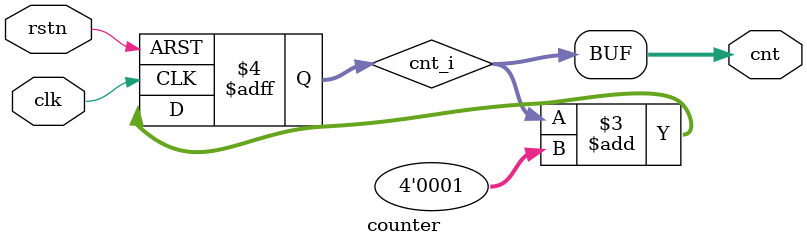
<source format=v>
module counter(
input clk, rstn,
output [3:0] cnt
);
reg [3:0] cnt_i;
always @(posedge clk or negedge rstn)
begin
 if(~rstn)
  cnt_i <= 4'h0;
 else
  cnt_i <= cnt_i + 4'h1;
end

assign cnt = cnt_i;

endmodule


 

</source>
